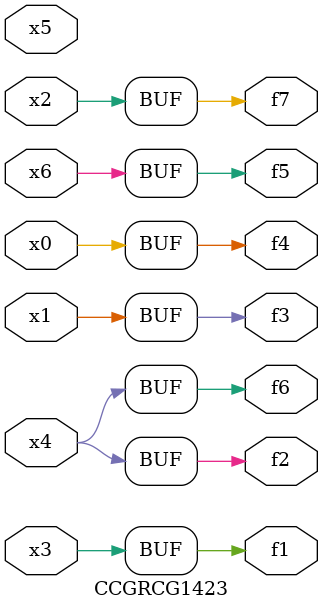
<source format=v>
module CCGRCG1423(
	input x0, x1, x2, x3, x4, x5, x6,
	output f1, f2, f3, f4, f5, f6, f7
);
	assign f1 = x3;
	assign f2 = x4;
	assign f3 = x1;
	assign f4 = x0;
	assign f5 = x6;
	assign f6 = x4;
	assign f7 = x2;
endmodule

</source>
